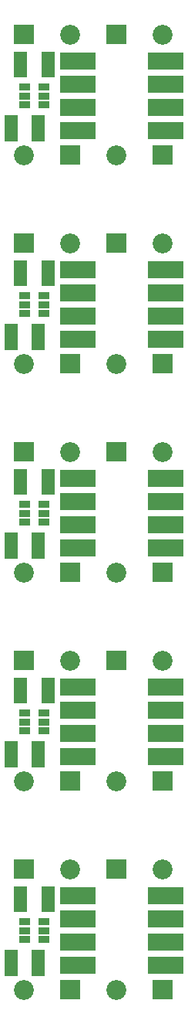
<source format=gbr>
G04 start of page 7 for group -4063 idx -4063 *
G04 Title: (unknown), componentmask *
G04 Creator: pcb 4.0.2 *
G04 CreationDate: Thu Sep  9 05:11:40 2021 UTC *
G04 For: ndholmes *
G04 Format: Gerber/RS-274X *
G04 PCB-Dimensions (mil): 1020.00 4700.00 *
G04 PCB-Coordinate-Origin: lower left *
%MOIN*%
%FSLAX25Y25*%
%LNTOPMASK*%
%ADD30C,0.0860*%
%ADD29C,0.0001*%
G54D29*G36*
X76700Y308800D02*Y300200D01*
X85300D01*
Y308800D01*
X76700D01*
G37*
G54D30*X81000Y356500D03*
G54D29*G36*
X76700Y218800D02*Y210200D01*
X85300D01*
Y218800D01*
X76700D01*
G37*
G54D30*X81000Y266500D03*
Y176500D03*
X61000Y304500D03*
G54D29*G36*
X56700Y360800D02*Y352200D01*
X65300D01*
Y360800D01*
X56700D01*
G37*
G54D30*X61000Y214500D03*
G54D29*G36*
X56700Y270800D02*Y262200D01*
X65300D01*
Y270800D01*
X56700D01*
G37*
G36*
X36700Y308800D02*Y300200D01*
X45300D01*
Y308800D01*
X36700D01*
G37*
G54D30*X21000Y304500D03*
G54D29*G36*
X16700Y360800D02*Y352200D01*
X25300D01*
Y360800D01*
X16700D01*
G37*
G54D30*X41000Y356500D03*
G54D29*G36*
X36700Y218800D02*Y210200D01*
X45300D01*
Y218800D01*
X36700D01*
G37*
G54D30*X21000Y214500D03*
G54D29*G36*
X16700Y270800D02*Y262200D01*
X25300D01*
Y270800D01*
X16700D01*
G37*
G54D30*X41000Y266500D03*
G54D29*G36*
X16700Y180800D02*Y172200D01*
X25300D01*
Y180800D01*
X16700D01*
G37*
G54D30*X41000Y176500D03*
X21000Y394500D03*
G54D29*G36*
X16700Y450800D02*Y442200D01*
X25300D01*
Y450800D01*
X16700D01*
G37*
G54D30*X41000Y446500D03*
G54D29*G36*
X56700Y450800D02*Y442200D01*
X65300D01*
Y450800D01*
X56700D01*
G37*
G36*
X76700Y398800D02*Y390200D01*
X85300D01*
Y398800D01*
X76700D01*
G37*
G54D30*X61000Y394500D03*
G54D29*G36*
X36700Y398800D02*Y390200D01*
X45300D01*
Y398800D01*
X36700D01*
G37*
G54D30*X81000Y446500D03*
G54D29*G36*
X76700Y128800D02*Y120200D01*
X85300D01*
Y128800D01*
X76700D01*
G37*
G36*
X16700Y90800D02*Y82200D01*
X25300D01*
Y90800D01*
X16700D01*
G37*
G54D30*X41000Y86500D03*
X81000D03*
X61000Y124500D03*
G54D29*G36*
X36700Y128800D02*Y120200D01*
X45300D01*
Y128800D01*
X36700D01*
G37*
G54D30*X21000Y124500D03*
G54D29*G36*
X56700Y180800D02*Y172200D01*
X65300D01*
Y180800D01*
X56700D01*
G37*
G54D30*X61000Y34500D03*
G54D29*G36*
X56700Y90800D02*Y82200D01*
X65300D01*
Y90800D01*
X56700D01*
G37*
G36*
X76700Y38800D02*Y30200D01*
X85300D01*
Y38800D01*
X76700D01*
G37*
G36*
X36700D02*Y30200D01*
X45300D01*
Y38800D01*
X36700D01*
G37*
G54D30*X21000Y34500D03*
G54D29*G36*
X36900Y248600D02*Y241400D01*
X52100D01*
Y248600D01*
X36900D01*
G37*
G36*
Y238600D02*Y231400D01*
X52100D01*
Y238600D01*
X36900D01*
G37*
G36*
Y228600D02*Y221400D01*
X52100D01*
Y228600D01*
X36900D01*
G37*
G36*
X74900Y328600D02*Y321400D01*
X90100D01*
Y328600D01*
X74900D01*
G37*
G36*
Y318600D02*Y311400D01*
X90100D01*
Y318600D01*
X74900D01*
G37*
G36*
Y258600D02*Y251400D01*
X90100D01*
Y258600D01*
X74900D01*
G37*
G36*
Y248600D02*Y241400D01*
X90100D01*
Y248600D01*
X74900D01*
G37*
G36*
Y238600D02*Y231400D01*
X90100D01*
Y238600D01*
X74900D01*
G37*
G36*
Y228600D02*Y221400D01*
X90100D01*
Y228600D01*
X74900D01*
G37*
G36*
Y168600D02*Y161400D01*
X90100D01*
Y168600D01*
X74900D01*
G37*
G36*
Y158600D02*Y151400D01*
X90100D01*
Y158600D01*
X74900D01*
G37*
G36*
Y148600D02*Y141400D01*
X90100D01*
Y148600D01*
X74900D01*
G37*
G36*
Y138600D02*Y131400D01*
X90100D01*
Y138600D01*
X74900D01*
G37*
G36*
Y78600D02*Y71400D01*
X90100D01*
Y78600D01*
X74900D01*
G37*
G36*
Y68600D02*Y61400D01*
X90100D01*
Y68600D01*
X74900D01*
G37*
G36*
Y58600D02*Y51400D01*
X90100D01*
Y58600D01*
X74900D01*
G37*
G36*
Y48600D02*Y41400D01*
X90100D01*
Y48600D01*
X74900D01*
G37*
G36*
X36900Y148600D02*Y141400D01*
X52100D01*
Y148600D01*
X36900D01*
G37*
G36*
X27400Y147605D02*Y144605D01*
X32000D01*
Y147605D01*
X27400D01*
G37*
G36*
Y151505D02*Y148505D01*
X32000D01*
Y151505D01*
X27400D01*
G37*
G36*
X36900Y138600D02*Y131400D01*
X52100D01*
Y138600D01*
X36900D01*
G37*
G36*
X30264Y141614D02*X24546D01*
Y130386D01*
X30264D01*
Y141614D01*
G37*
G36*
X18454D02*X12736D01*
Y130386D01*
X18454D01*
Y141614D01*
G37*
G36*
X22549Y169114D02*X16831D01*
Y157886D01*
X22549D01*
Y169114D01*
G37*
G36*
Y79114D02*X16831D01*
Y67886D01*
X22549D01*
Y79114D01*
G37*
G36*
X19200Y65405D02*Y62405D01*
X23800D01*
Y65405D01*
X19200D01*
G37*
G36*
Y61505D02*Y58505D01*
X23800D01*
Y61505D01*
X19200D01*
G37*
G36*
Y57605D02*Y54605D01*
X23800D01*
Y57605D01*
X19200D01*
G37*
G36*
X34359Y169114D02*X28641D01*
Y157886D01*
X34359D01*
Y169114D01*
G37*
G36*
X27400Y155405D02*Y152405D01*
X32000D01*
Y155405D01*
X27400D01*
G37*
G36*
X19200D02*Y152405D01*
X23800D01*
Y155405D01*
X19200D01*
G37*
G36*
Y151505D02*Y148505D01*
X23800D01*
Y151505D01*
X19200D01*
G37*
G36*
Y147605D02*Y144605D01*
X23800D01*
Y147605D01*
X19200D01*
G37*
G36*
X18454Y51614D02*X12736D01*
Y40386D01*
X18454D01*
Y51614D01*
G37*
G36*
X36900Y168600D02*Y161400D01*
X52100D01*
Y168600D01*
X36900D01*
G37*
G36*
Y158600D02*Y151400D01*
X52100D01*
Y158600D01*
X36900D01*
G37*
G36*
Y78600D02*Y71400D01*
X52100D01*
Y78600D01*
X36900D01*
G37*
G36*
Y68600D02*Y61400D01*
X52100D01*
Y68600D01*
X36900D01*
G37*
G36*
Y58600D02*Y51400D01*
X52100D01*
Y58600D01*
X36900D01*
G37*
G36*
Y48600D02*Y41400D01*
X52100D01*
Y48600D01*
X36900D01*
G37*
G36*
X34359Y79114D02*X28641D01*
Y67886D01*
X34359D01*
Y79114D01*
G37*
G36*
X27400Y57605D02*Y54605D01*
X32000D01*
Y57605D01*
X27400D01*
G37*
G36*
Y61505D02*Y58505D01*
X32000D01*
Y61505D01*
X27400D01*
G37*
G36*
Y65405D02*Y62405D01*
X32000D01*
Y65405D01*
X27400D01*
G37*
G36*
X30264Y51614D02*X24546D01*
Y40386D01*
X30264D01*
Y51614D01*
G37*
G36*
X36900Y438600D02*Y431400D01*
X52100D01*
Y438600D01*
X36900D01*
G37*
G36*
Y428600D02*Y421400D01*
X52100D01*
Y428600D01*
X36900D01*
G37*
G36*
Y418600D02*Y411400D01*
X52100D01*
Y418600D01*
X36900D01*
G37*
G36*
Y408600D02*Y401400D01*
X52100D01*
Y408600D01*
X36900D01*
G37*
G36*
X22549Y439114D02*X16831D01*
Y427886D01*
X22549D01*
Y439114D01*
G37*
G36*
X34359D02*X28641D01*
Y427886D01*
X34359D01*
Y439114D01*
G37*
G36*
X19200Y425405D02*Y422405D01*
X23800D01*
Y425405D01*
X19200D01*
G37*
G36*
Y421505D02*Y418505D01*
X23800D01*
Y421505D01*
X19200D01*
G37*
G36*
Y417605D02*Y414605D01*
X23800D01*
Y417605D01*
X19200D01*
G37*
G36*
X27400Y421505D02*Y418505D01*
X32000D01*
Y421505D01*
X27400D01*
G37*
G36*
Y425405D02*Y422405D01*
X32000D01*
Y425405D01*
X27400D01*
G37*
G36*
Y417605D02*Y414605D01*
X32000D01*
Y417605D01*
X27400D01*
G37*
G36*
X30264Y411614D02*X24546D01*
Y400386D01*
X30264D01*
Y411614D01*
G37*
G36*
X18454D02*X12736D01*
Y400386D01*
X18454D01*
Y411614D01*
G37*
G36*
X74900Y438600D02*Y431400D01*
X90100D01*
Y438600D01*
X74900D01*
G37*
G36*
Y428600D02*Y421400D01*
X90100D01*
Y428600D01*
X74900D01*
G37*
G36*
Y418600D02*Y411400D01*
X90100D01*
Y418600D01*
X74900D01*
G37*
G36*
Y408600D02*Y401400D01*
X90100D01*
Y408600D01*
X74900D01*
G37*
G36*
Y348600D02*Y341400D01*
X90100D01*
Y348600D01*
X74900D01*
G37*
G36*
Y338600D02*Y331400D01*
X90100D01*
Y338600D01*
X74900D01*
G37*
G36*
X36900Y348600D02*Y341400D01*
X52100D01*
Y348600D01*
X36900D01*
G37*
G36*
Y338600D02*Y331400D01*
X52100D01*
Y338600D01*
X36900D01*
G37*
G36*
Y328600D02*Y321400D01*
X52100D01*
Y328600D01*
X36900D01*
G37*
G36*
Y318600D02*Y311400D01*
X52100D01*
Y318600D01*
X36900D01*
G37*
G36*
Y258600D02*Y251400D01*
X52100D01*
Y258600D01*
X36900D01*
G37*
G36*
X22549Y349114D02*X16831D01*
Y337886D01*
X22549D01*
Y349114D01*
G37*
G36*
Y259114D02*X16831D01*
Y247886D01*
X22549D01*
Y259114D01*
G37*
G36*
X19200Y245405D02*Y242405D01*
X23800D01*
Y245405D01*
X19200D01*
G37*
G36*
Y241505D02*Y238505D01*
X23800D01*
Y241505D01*
X19200D01*
G37*
G36*
Y237605D02*Y234605D01*
X23800D01*
Y237605D01*
X19200D01*
G37*
G36*
X18454Y231614D02*X12736D01*
Y220386D01*
X18454D01*
Y231614D01*
G37*
G36*
X34359Y349114D02*X28641D01*
Y337886D01*
X34359D01*
Y349114D01*
G37*
G36*
Y259114D02*X28641D01*
Y247886D01*
X34359D01*
Y259114D01*
G37*
G36*
X27400Y237605D02*Y234605D01*
X32000D01*
Y237605D01*
X27400D01*
G37*
G36*
Y241505D02*Y238505D01*
X32000D01*
Y241505D01*
X27400D01*
G37*
G36*
Y245405D02*Y242405D01*
X32000D01*
Y245405D01*
X27400D01*
G37*
G36*
X30264Y231614D02*X24546D01*
Y220386D01*
X30264D01*
Y231614D01*
G37*
G36*
X19200Y335405D02*Y332405D01*
X23800D01*
Y335405D01*
X19200D01*
G37*
G36*
X27400D02*Y332405D01*
X32000D01*
Y335405D01*
X27400D01*
G37*
G36*
X19200Y331505D02*Y328505D01*
X23800D01*
Y331505D01*
X19200D01*
G37*
G36*
Y327605D02*Y324605D01*
X23800D01*
Y327605D01*
X19200D01*
G37*
G36*
X27400D02*Y324605D01*
X32000D01*
Y327605D01*
X27400D01*
G37*
G36*
Y331505D02*Y328505D01*
X32000D01*
Y331505D01*
X27400D01*
G37*
G36*
X30264Y321614D02*X24546D01*
Y310386D01*
X30264D01*
Y321614D01*
G37*
G36*
X18454D02*X12736D01*
Y310386D01*
X18454D01*
Y321614D01*
G37*
M02*

</source>
